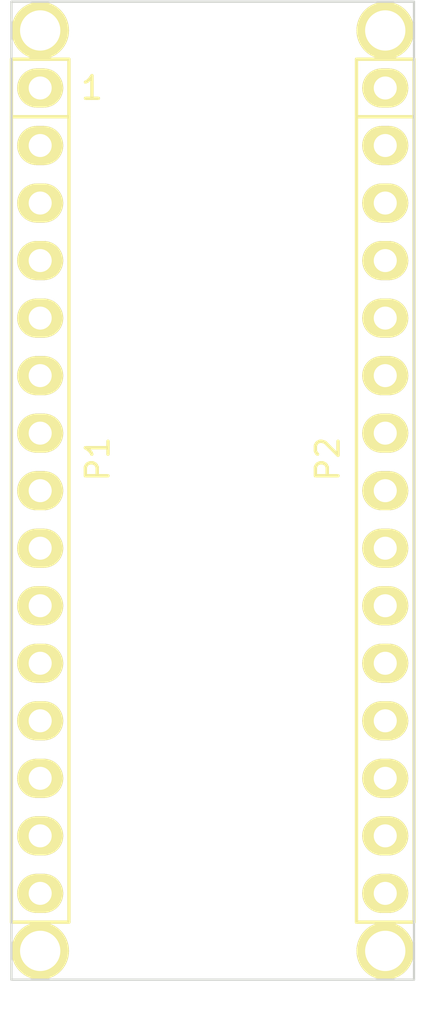
<source format=kicad_pcb>
(kicad_pcb (version 20210126) (generator pcbnew)
  (title_block (date "jeu. 02 avril 2015"))
  (layers (0 "F.Cu" signal) (31 "B.Cu" signal) (34 "B.Paste" user) (35 "F.Paste" user) (36 "B.SilkS" user "B.Silkscreen") (37 "F.SilkS" user "F.Silkscreen") (38 "B.Mask" user) (39 "F.Mask" user) (44 "Edge.Cuts" user))
  (net 0 "")
  (net 1 "/1(Tx)")
  (net 2 "/0(Rx)")
  (net 3 "/Reset")
  (net 4 "GND")
  (net 5 "/2")
  (net 6 "/3(**)")
  (net 7 "/4")
  (net 8 "/5(**)")
  (net 9 "/6(**)")
  (net 10 "/7")
  (net 11 "/8")
  (net 12 "/9(**)")
  (net 13 "/10(**/SS)")
  (net 14 "/Vin")
  (net 15 "+5V")
  (net 16 "/A7")
  (net 17 "/A6")
  (net 18 "/A5")
  (net 19 "/A4")
  (net 20 "/A3")
  (net 21 "/A2")
  (net 22 "/A1")
  (net 23 "/A0")
  (net 24 "/AREF")
  (net 25 "/13(SCK)")
  (net 26 "Net-(P3-Pad1)")
  (net 27 "Net-(P4-Pad1)")
  (net 28 "Net-(P5-Pad1)")
  (net 29 "Net-(P6-Pad1)")
  (net 30 "+3V3")
  (net 31 "/11(**/MOSI)")
  (net 32 "/12(MISO)")
  (footprint "Socket_Arduino_Nano:Socket_Strip_Arduino_1x15" (layer "F.Cu") (at 139.446 71.247 -90)
    (fp_text reference "P1" (at 16.383 -2.54 -90) (layer "F.SilkS"))
    (fp_text value "Digital")
    (fp_line (start 1.27 -1.27) (end 36.83 -1.27) (layer "F.SilkS") (width 0.15))
    (fp_line (start -1.27 1.27) (end 1.27 1.27) (layer "F.SilkS") (width 0.15))
    (fp_line (start 36.83 1.27) (end 1.27 1.27) (layer "F.SilkS") (width 0.15))
    (fp_line (start 36.83 -1.27) (end 36.83 1.27) (layer "F.SilkS") (width 0.15))
    (fp_line (start 1.27 -1.27) (end -1.27 -1.27) (layer "F.SilkS") (width 0.15))
    (fp_line (start -1.27 -1.27) (end -1.27 1.27) (layer "F.SilkS") (width 0.15))
    (fp_line (start 1.27 1.27) (end 1.27 -1.27) (layer "F.SilkS") (width 0.15))
    (pad "1" thru_hole oval (at 0 0 270) (size 1.7272 2.032) (drill 1.016) (layers *.Cu *.Mask "F.SilkS") (net 1 "/1(Tx)"))
    (pad "2" thru_hole oval (at 2.54 0 270) (size 1.7272 2.032) (drill 1.016) (layers *.Cu *.Mask "F.SilkS") (net 2 "/0(Rx)"))
    (pad "3" thru_hole oval (at 5.08 0 270) (size 1.7272 2.032) (drill 1.016) (layers *.Cu *.Mask "F.SilkS") (net 3 "/Reset"))
    (pad "4" thru_hole oval (at 7.62 0 270) (size 1.7272 2.032) (drill 1.016) (layers *.Cu *.Mask "F.SilkS") (net 4 "GND"))
    (pad "5" thru_hole oval (at 10.16 0 270) (size 1.7272 2.032) (drill 1.016) (layers *.Cu *.Mask "F.SilkS") (net 5 "/2"))
    (pad "6" thru_hole oval (at 12.7 0 270) (size 1.7272 2.032) (drill 1.016) (layers *.Cu *.Mask "F.SilkS") (net 6 "/3(**)"))
    (pad "7" thru_hole oval (at 15.24 0 270) (size 1.7272 2.032) (drill 1.016) (layers *.Cu *.Mask "F.SilkS") (net 7 "/4"))
    (pad "8" thru_hole oval (at 17.78 0 270) (size 1.7272 2.032) (drill 1.016) (layers *.Cu *.Mask "F.SilkS") (net 8 "/5(**)"))
    (pad "9" thru_hole oval (at 20.32 0 270) (size 1.7272 2.032) (drill 1.016) (layers *.Cu *.Mask "F.SilkS") (net 9 "/6(**)"))
    (pad "10" thru_hole oval (at 22.86 0 270) (size 1.7272 2.032) (drill 1.016) (layers *.Cu *.Mask "F.SilkS") (net 10 "/7"))
    (pad "11" thru_hole oval (at 25.4 0 270) (size 1.7272 2.032) (drill 1.016) (layers *.Cu *.Mask "F.SilkS") (net 11 "/8"))
    (pad "12" thru_hole oval (at 27.94 0 270) (size 1.7272 2.032) (drill 1.016) (layers *.Cu *.Mask "F.SilkS") (net 12 "/9(**)"))
    (pad "13" thru_hole oval (at 30.48 0 270) (size 1.7272 2.032) (drill 1.016) (layers *.Cu *.Mask "F.SilkS") (net 13 "/10(**/SS)"))
    (pad "14" thru_hole oval (at 33.02 0 270) (size 1.7272 2.032) (drill 1.016) (layers *.Cu *.Mask "F.SilkS") (net 31 "/11(**/MOSI)"))
    (pad "15" thru_hole oval (at 35.56 0 270) (size 1.7272 2.032) (drill 1.016) (layers *.Cu *.Mask "F.SilkS") (net 32 "/12(MISO)"))
  )
  (footprint "Socket_Arduino_Nano:Socket_Strip_Arduino_1x15" (layer "F.Cu") (at 154.686 71.247 -90)
    (fp_text reference "P2" (at 16.383 2.54 -90) (layer "F.SilkS"))
    (fp_text value "Analog")
    (fp_line (start -1.27 -1.27) (end -1.27 1.27) (layer "F.SilkS") (width 0.15))
    (fp_line (start 1.27 -1.27) (end -1.27 -1.27) (layer "F.SilkS") (width 0.15))
    (fp_line (start 36.83 -1.27) (end 36.83 1.27) (layer "F.SilkS") (width 0.15))
    (fp_line (start 1.27 -1.27) (end 36.83 -1.27) (layer "F.SilkS") (width 0.15))
    (fp_line (start 1.27 1.27) (end 1.27 -1.27) (layer "F.SilkS") (width 0.15))
    (fp_line (start -1.27 1.27) (end 1.27 1.27) (layer "F.SilkS") (width 0.15))
    (fp_line (start 36.83 1.27) (end 1.27 1.27) (layer "F.SilkS") (width 0.15))
    (pad "1" thru_hole oval (at 0 0 270) (size 1.7272 2.032) (drill 1.016) (layers *.Cu *.Mask "F.SilkS") (net 14 "/Vin"))
    (pad "2" thru_hole oval (at 2.54 0 270) (size 1.7272 2.032) (drill 1.016) (layers *.Cu *.Mask "F.SilkS") (net 4 "GND"))
    (pad "3" thru_hole oval (at 5.08 0 270) (size 1.7272 2.032) (drill 1.016) (layers *.Cu *.Mask "F.SilkS") (net 3 "/Reset"))
    (pad "4" thru_hole oval (at 7.62 0 270) (size 1.7272 2.032) (drill 1.016) (layers *.Cu *.Mask "F.SilkS") (net 15 "+5V"))
    (pad "5" thru_hole oval (at 10.16 0 270) (size 1.7272 2.032) (drill 1.016) (layers *.Cu *.Mask "F.SilkS") (net 16 "/A7"))
    (pad "6" thru_hole oval (at 12.7 0 270) (size 1.7272 2.032) (drill 1.016) (layers *.Cu *.Mask "F.SilkS") (net 17 "/A6"))
    (pad "7" thru_hole oval (at 15.24 0 270) (size 1.7272 2.032) (drill 1.016) (layers *.Cu *.Mask "F.SilkS") (net 18 "/A5"))
    (pad "8" thru_hole oval (at 17.78 0 270) (size 1.7272 2.032) (drill 1.016) (layers *.Cu *.Mask "F.SilkS") (net 19 "/A4"))
    (pad "9" thru_hole oval (at 20.32 0 270) (size 1.7272 2.032) (drill 1.016) (layers *.Cu *.Mask "F.SilkS") (net 20 "/A3"))
    (pad "10" thru_hole oval (at 22.86 0 270) (size 1.7272 2.032) (drill 1.016) (layers *.Cu *.Mask "F.SilkS") (net 21 "/A2"))
    (pad "11" thru_hole oval (at 25.4 0 270) (size 1.7272 2.032) (drill 1.016) (layers *.Cu *.Mask "F.SilkS") (net 22 "/A1"))
    (pad "12" thru_hole oval (at 27.94 0 270) (size 1.7272 2.032) (drill 1.016) (layers *.Cu *.Mask "F.SilkS") (net 23 "/A0"))
    (pad "13" thru_hole oval (at 30.48 0 270) (size 1.7272 2.032) (drill 1.016) (layers *.Cu *.Mask "F.SilkS") (net 24 "/AREF"))
    (pad "14" thru_hole oval (at 33.02 0 270) (size 1.7272 2.032) (drill 1.016) (layers *.Cu *.Mask "F.SilkS") (net 30 "+3V3"))
    (pad "15" thru_hole oval (at 35.56 0 270) (size 1.7272 2.032) (drill 1.016) (layers *.Cu *.Mask "F.SilkS") (net 25 "/13(SCK)"))
  )
  (footprint "Socket_Arduino_Nano:1pin_Nano" (layer "F.Cu") (at 139.446 68.707)
    (fp_text reference "P3" hide)
    (fp_text value "CONN_01X01" hide)
    (pad "1" thru_hole circle (at 0 0) (size 2.54 2.54) (drill 1.778) (layers *.Cu *.Mask "F.SilkS") (net 26 "Net-(P3-Pad1)"))
  )
  (footprint "Socket_Arduino_Nano:1pin_Nano" (layer "F.Cu") (at 139.446 109.347)
    (fp_text reference "P4" hide)
    (fp_text value "CONN_01X01" hide)
    (pad "1" thru_hole circle (at 0 0) (size 2.54 2.54) (drill 1.778) (layers *.Cu *.Mask "F.SilkS") (net 27 "Net-(P4-Pad1)"))
  )
  (footprint "Socket_Arduino_Nano:1pin_Nano" (layer "F.Cu") (at 154.686 109.347)
    (fp_text reference "P5" hide)
    (fp_text value "CONN_01X01" hide)
    (pad "1" thru_hole circle (at 0 0) (size 2.54 2.54) (drill 1.778) (layers *.Cu *.Mask "F.SilkS") (net 28 "Net-(P5-Pad1)"))
  )
  (footprint "Socket_Arduino_Nano:1pin_Nano" (layer "F.Cu") (at 154.686 68.707)
    (fp_text reference "P6" hide)
    (fp_text value "CONN_01X01" hide)
    (pad "1" thru_hole circle (at 0 0) (size 2.54 2.54) (drill 1.778) (layers *.Cu *.Mask "F.SilkS") (net 29 "Net-(P6-Pad1)"))
  )
  (gr_line (start 138.176 110.617) (end 155.956 110.617) (angle 90) (layer "Edge.Cuts") (width 0.1))
  (gr_line (start 155.956 67.437) (end 138.176 67.437) (angle 90) (layer "Edge.Cuts") (width 0.1))
  (gr_line (start 155.956 110.617) (end 155.956 67.437) (angle 90) (layer "Edge.Cuts") (width 0.1))
  (gr_line (start 138.176 67.437) (end 138.176 110.617) (angle 90) (layer "Edge.Cuts") (width 0.1))
  (gr_text "1" (at 141.732 71.247) (layer "F.SilkS") (effects (font (size 1 1))))
)
</source>
